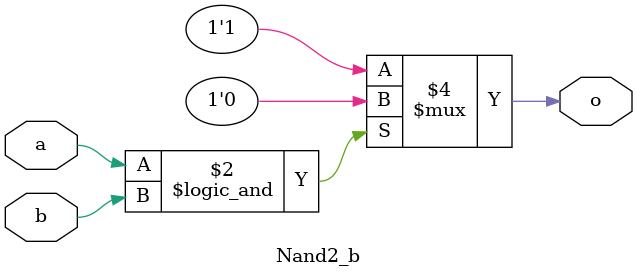
<source format=v>


module Nand2_b(a,b,o);
  input a,b;
  output o;
reg o;
always @ (a,b)
 if(a && b)
  o=1'b0;
else
  o=1'b1;    
endmodule
</source>
